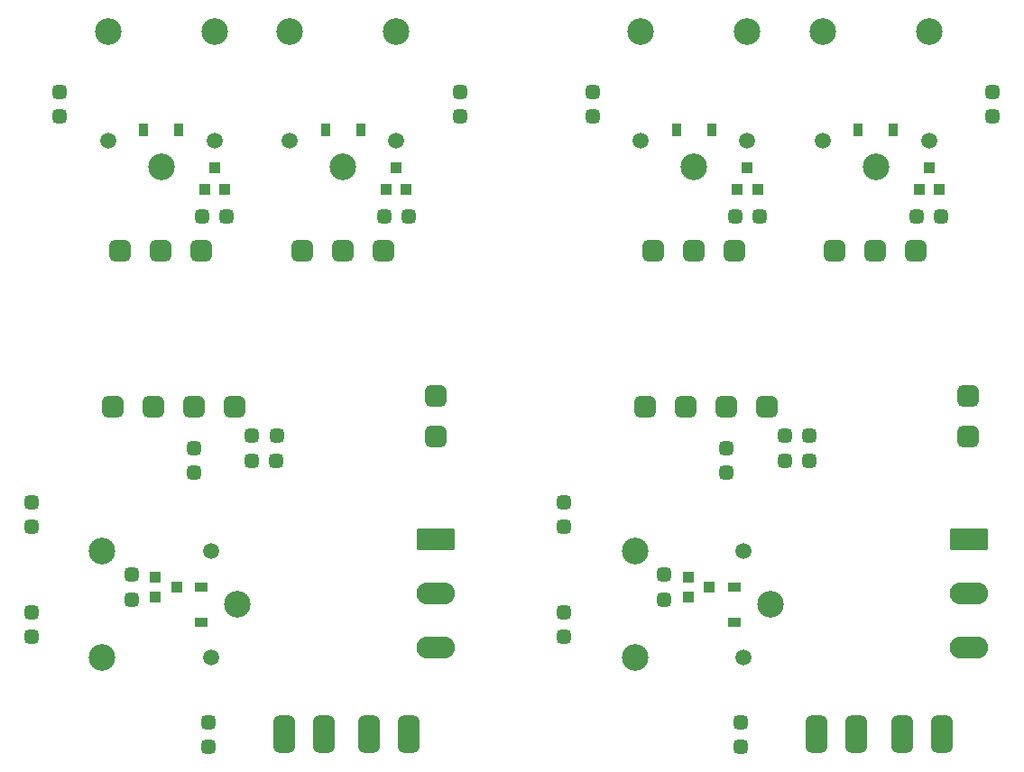
<source format=gbr>
%TF.GenerationSoftware,KiCad,Pcbnew,8.0.7*%
%TF.CreationDate,2025-01-14T20:12:34+09:00*%
%TF.ProjectId,POP_UP_Board_NEW V7.0,504f505f-5550-45f4-926f-6172645f4e45,rev?*%
%TF.SameCoordinates,Original*%
%TF.FileFunction,Soldermask,Bot*%
%TF.FilePolarity,Negative*%
%FSLAX46Y46*%
G04 Gerber Fmt 4.6, Leading zero omitted, Abs format (unit mm)*
G04 Created by KiCad (PCBNEW 8.0.7) date 2025-01-14 20:12:34*
%MOMM*%
%LPD*%
G01*
G04 APERTURE LIST*
G04 Aperture macros list*
%AMRoundRect*
0 Rectangle with rounded corners*
0 $1 Rounding radius*
0 $2 $3 $4 $5 $6 $7 $8 $9 X,Y pos of 4 corners*
0 Add a 4 corners polygon primitive as box body*
4,1,4,$2,$3,$4,$5,$6,$7,$8,$9,$2,$3,0*
0 Add four circle primitives for the rounded corners*
1,1,$1+$1,$2,$3*
1,1,$1+$1,$4,$5*
1,1,$1+$1,$6,$7*
1,1,$1+$1,$8,$9*
0 Add four rect primitives between the rounded corners*
20,1,$1+$1,$2,$3,$4,$5,0*
20,1,$1+$1,$4,$5,$6,$7,0*
20,1,$1+$1,$6,$7,$8,$9,0*
20,1,$1+$1,$8,$9,$2,$3,0*%
G04 Aperture macros list end*
%ADD10RoundRect,0.325000X-0.325000X-0.325000X0.325000X-0.325000X0.325000X0.325000X-0.325000X0.325000X0*%
%ADD11RoundRect,0.325000X0.325000X-0.325000X0.325000X0.325000X-0.325000X0.325000X-0.325000X-0.325000X0*%
%ADD12R,0.900000X1.200000*%
%ADD13RoundRect,0.325000X-0.325000X0.325000X-0.325000X-0.325000X0.325000X-0.325000X0.325000X0.325000X0*%
%ADD14R,1.000000X1.100000*%
%ADD15R,1.100000X1.000000*%
%ADD16RoundRect,0.500000X-0.500000X1.250000X-0.500000X-1.250000X0.500000X-1.250000X0.500000X1.250000X0*%
%ADD17RoundRect,0.500000X0.500000X0.500000X-0.500000X0.500000X-0.500000X-0.500000X0.500000X-0.500000X0*%
%ADD18RoundRect,0.249600X-1.550400X0.790400X-1.550400X-0.790400X1.550400X-0.790400X1.550400X0.790400X0*%
%ADD19O,3.600000X2.080000*%
%ADD20C,2.500000*%
%ADD21C,1.500000*%
%ADD22RoundRect,0.500000X0.500000X-0.500000X0.500000X0.500000X-0.500000X0.500000X-0.500000X-0.500000X0*%
%ADD23R,1.200000X0.900000*%
G04 APERTURE END LIST*
D10*
%TO.C,R3*%
X149341250Y-99331250D03*
X151641250Y-99331250D03*
%TD*%
D11*
%TO.C,R8*%
X128626250Y-118201250D03*
X128626250Y-115901250D03*
%TD*%
%TO.C,R1*%
X128626250Y-107881250D03*
X128626250Y-105581250D03*
%TD*%
D12*
%TO.C,D12*%
X142466250Y-70611250D03*
X139166250Y-70611250D03*
%TD*%
D11*
%TO.C,R14*%
X143863750Y-102801250D03*
X143863750Y-100501250D03*
%TD*%
D10*
%TO.C,R7*%
X144666250Y-78751250D03*
X146966250Y-78751250D03*
%TD*%
D13*
%TO.C,R12*%
X168846250Y-67081250D03*
X168846250Y-69381250D03*
%TD*%
D11*
%TO.C,R4*%
X145231250Y-128551250D03*
X145231250Y-126251250D03*
%TD*%
D14*
%TO.C,Q2*%
X163826250Y-76231250D03*
X161926250Y-76231250D03*
X162876250Y-74231250D03*
%TD*%
D13*
%TO.C,R9*%
X131306250Y-67081250D03*
X131306250Y-69381250D03*
%TD*%
D10*
%TO.C,R2*%
X149321250Y-101691250D03*
X151621250Y-101691250D03*
%TD*%
D14*
%TO.C,Q1*%
X146766250Y-76231250D03*
X144866250Y-76231250D03*
X145816250Y-74231250D03*
%TD*%
D11*
%TO.C,R13*%
X138036250Y-114721250D03*
X138036250Y-112421250D03*
%TD*%
D15*
%TO.C,Q5*%
X140246250Y-114521250D03*
X140246250Y-112621250D03*
X142246250Y-113571250D03*
%TD*%
D16*
%TO.C,F2*%
X164051250Y-127396250D03*
X160351250Y-127396250D03*
X156051250Y-127396250D03*
X152351250Y-127396250D03*
%TD*%
D17*
%TO.C,J4*%
X147673750Y-96638750D03*
X143863750Y-96638750D03*
X140053750Y-96638750D03*
X136243750Y-96638750D03*
%TD*%
D18*
%TO.C,J1*%
X166591250Y-109061250D03*
D19*
X166591250Y-114141250D03*
X166591250Y-119221250D03*
%TD*%
D20*
%TO.C,K6*%
X135816250Y-61446250D03*
D21*
X145816250Y-71646250D03*
X135816250Y-71646250D03*
D20*
X140816250Y-74146250D03*
X145816250Y-61446250D03*
%TD*%
D22*
%TO.C,J3*%
X166551250Y-99471250D03*
X166551250Y-95661250D03*
%TD*%
D10*
%TO.C,R10*%
X161726250Y-78751250D03*
X164026250Y-78751250D03*
%TD*%
D20*
%TO.C,K5*%
X152876250Y-61446250D03*
D21*
X162876250Y-71646250D03*
X152876250Y-71646250D03*
D20*
X157876250Y-74146250D03*
X162876250Y-61446250D03*
%TD*%
%TO.C,K7*%
X135271250Y-120211250D03*
D21*
X145471250Y-110211250D03*
X145471250Y-120211250D03*
D20*
X147971250Y-115211250D03*
X135271250Y-110211250D03*
%TD*%
D23*
%TO.C,D16*%
X144576250Y-113571250D03*
X144576250Y-116871250D03*
%TD*%
D12*
%TO.C,D13*%
X159526250Y-70611250D03*
X156226250Y-70611250D03*
%TD*%
D17*
%TO.C,J2*%
X161638750Y-81968750D03*
X157828750Y-81968750D03*
X154018750Y-81968750D03*
%TD*%
%TO.C,J7*%
X144578750Y-81968750D03*
X140768750Y-81968750D03*
X136958750Y-81968750D03*
%TD*%
%TO.C,J4*%
X97673750Y-96638750D03*
X93863750Y-96638750D03*
X90053750Y-96638750D03*
X86243750Y-96638750D03*
%TD*%
D22*
%TO.C,J3*%
X116551250Y-99471250D03*
X116551250Y-95661250D03*
%TD*%
D20*
%TO.C,K6*%
X85816250Y-61446250D03*
D21*
X95816250Y-71646250D03*
X85816250Y-71646250D03*
D20*
X90816250Y-74146250D03*
X95816250Y-61446250D03*
%TD*%
D18*
%TO.C,J1*%
X116591250Y-109061250D03*
D19*
X116591250Y-114141250D03*
X116591250Y-119221250D03*
%TD*%
D17*
%TO.C,J7*%
X94578750Y-81968750D03*
X90768750Y-81968750D03*
X86958750Y-81968750D03*
%TD*%
D16*
%TO.C,F2*%
X114051250Y-127396250D03*
X110351250Y-127396250D03*
X106051250Y-127396250D03*
X102351250Y-127396250D03*
%TD*%
D20*
%TO.C,K7*%
X85271250Y-120211250D03*
D21*
X95471250Y-110211250D03*
X95471250Y-120211250D03*
D20*
X97971250Y-115211250D03*
X85271250Y-110211250D03*
%TD*%
%TO.C,K5*%
X102876250Y-61446250D03*
D21*
X112876250Y-71646250D03*
X102876250Y-71646250D03*
D20*
X107876250Y-74146250D03*
X112876250Y-61446250D03*
%TD*%
D17*
%TO.C,J2*%
X111638750Y-81968750D03*
X107828750Y-81968750D03*
X104018750Y-81968750D03*
%TD*%
D12*
%TO.C,D13*%
X109526250Y-70611250D03*
X106226250Y-70611250D03*
%TD*%
D10*
%TO.C,R10*%
X111726250Y-78751250D03*
X114026250Y-78751250D03*
%TD*%
D23*
%TO.C,D16*%
X94576250Y-113571250D03*
X94576250Y-116871250D03*
%TD*%
D10*
%TO.C,R2*%
X99321250Y-101691250D03*
X101621250Y-101691250D03*
%TD*%
D11*
%TO.C,R13*%
X88036250Y-114721250D03*
X88036250Y-112421250D03*
%TD*%
%TO.C,R8*%
X78626250Y-118201250D03*
X78626250Y-115901250D03*
%TD*%
D14*
%TO.C,Q2*%
X113826250Y-76231250D03*
X111926250Y-76231250D03*
X112876250Y-74231250D03*
%TD*%
D13*
%TO.C,R9*%
X81306250Y-67081250D03*
X81306250Y-69381250D03*
%TD*%
D12*
%TO.C,D12*%
X92466250Y-70611250D03*
X89166250Y-70611250D03*
%TD*%
D11*
%TO.C,R4*%
X95231250Y-128551250D03*
X95231250Y-126251250D03*
%TD*%
D13*
%TO.C,R12*%
X118846250Y-67081250D03*
X118846250Y-69381250D03*
%TD*%
D11*
%TO.C,R14*%
X93863750Y-102801250D03*
X93863750Y-100501250D03*
%TD*%
D15*
%TO.C,Q5*%
X90246250Y-114521250D03*
X90246250Y-112621250D03*
X92246250Y-113571250D03*
%TD*%
D14*
%TO.C,Q1*%
X96766250Y-76231250D03*
X94866250Y-76231250D03*
X95816250Y-74231250D03*
%TD*%
D11*
%TO.C,R1*%
X78626250Y-107881250D03*
X78626250Y-105581250D03*
%TD*%
D10*
%TO.C,R7*%
X94666250Y-78751250D03*
X96966250Y-78751250D03*
%TD*%
%TO.C,R3*%
X99341250Y-99331250D03*
X101641250Y-99331250D03*
%TD*%
M02*

</source>
